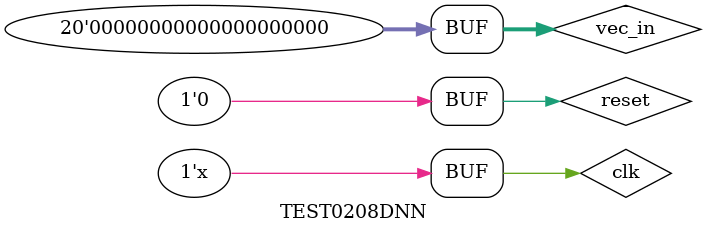
<source format=v>
`timescale 1ns / 1ps


module TEST0208DNN;

	// Inputs
	reg clk;
	reg reset;
	reg [19:0] vec_in;
	reg dv_in;
	reg [15:0] index2=0;	
	// Outputs
	wire [10:0] vec_out;
	wire dv_out;

	// Instantiate the Unit Under Test (UUT)
	DNN_0117 uut (
		.clk(clk), 
		.reset(reset), 
		.vec_in(vec_in), 
		.dv_in(dv_in), 
		.vec_out(vec_out), 
		.dv_out(dv_out)
	);
	always begin
		#5
		clk=~clk;
		
		
	end
	always begin
		#10
		if(index2==20) begin 
			dv_in=1;
			index2=0;
		end
		else begin
		dv_in=0;
			index2=index2+1;
		end
	end
	initial begin
		// Initialize Inputs
		clk = 0;
		reset = 0;
		vec_in = 0;
		dv_in = 0;

		// Wait 100 ns for global reset to finish
		#100;
        
		// Add stimulus here

	end
      
endmodule


</source>
